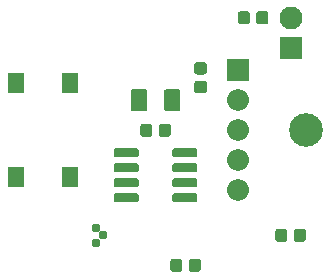
<source format=gts>
G04 #@! TF.GenerationSoftware,KiCad,Pcbnew,(5.1.5)-3*
G04 #@! TF.CreationDate,2019-12-28T19:55:40-06:00*
G04 #@! TF.ProjectId,tymkrs_Cyphercon_2020_IRbutton,74796d6b-7273-45f4-9379-70686572636f,V0*
G04 #@! TF.SameCoordinates,Original*
G04 #@! TF.FileFunction,Soldermask,Top*
G04 #@! TF.FilePolarity,Negative*
%FSLAX46Y46*%
G04 Gerber Fmt 4.6, Leading zero omitted, Abs format (unit mm)*
G04 Created by KiCad (PCBNEW (5.1.5)-3) date 2019-12-28 19:55:40*
%MOMM*%
%LPD*%
G04 APERTURE LIST*
%ADD10C,2.852400*%
%ADD11C,0.100000*%
%ADD12R,1.452400X1.702400*%
%ADD13O,1.852400X1.852400*%
%ADD14R,1.852400X1.852400*%
%ADD15C,0.787400*%
%ADD16C,1.952400*%
%ADD17R,1.952400X1.952400*%
G04 APERTURE END LIST*
D10*
X168910000Y-90805000D03*
D11*
G36*
X159566537Y-92334706D02*
G01*
X159584796Y-92337414D01*
X159602703Y-92341900D01*
X159620083Y-92348118D01*
X159636770Y-92356011D01*
X159652603Y-92365501D01*
X159667429Y-92376497D01*
X159681107Y-92388893D01*
X159693503Y-92402571D01*
X159704499Y-92417397D01*
X159713989Y-92433230D01*
X159721882Y-92449917D01*
X159728100Y-92467297D01*
X159732586Y-92485204D01*
X159735294Y-92503463D01*
X159736200Y-92521900D01*
X159736200Y-92898100D01*
X159735294Y-92916537D01*
X159732586Y-92934796D01*
X159728100Y-92952703D01*
X159721882Y-92970083D01*
X159713989Y-92986770D01*
X159704499Y-93002603D01*
X159693503Y-93017429D01*
X159681107Y-93031107D01*
X159667429Y-93043503D01*
X159652603Y-93054499D01*
X159636770Y-93063989D01*
X159620083Y-93071882D01*
X159602703Y-93078100D01*
X159584796Y-93082586D01*
X159566537Y-93085294D01*
X159548100Y-93086200D01*
X157821900Y-93086200D01*
X157803463Y-93085294D01*
X157785204Y-93082586D01*
X157767297Y-93078100D01*
X157749917Y-93071882D01*
X157733230Y-93063989D01*
X157717397Y-93054499D01*
X157702571Y-93043503D01*
X157688893Y-93031107D01*
X157676497Y-93017429D01*
X157665501Y-93002603D01*
X157656011Y-92986770D01*
X157648118Y-92970083D01*
X157641900Y-92952703D01*
X157637414Y-92934796D01*
X157634706Y-92916537D01*
X157633800Y-92898100D01*
X157633800Y-92521900D01*
X157634706Y-92503463D01*
X157637414Y-92485204D01*
X157641900Y-92467297D01*
X157648118Y-92449917D01*
X157656011Y-92433230D01*
X157665501Y-92417397D01*
X157676497Y-92402571D01*
X157688893Y-92388893D01*
X157702571Y-92376497D01*
X157717397Y-92365501D01*
X157733230Y-92356011D01*
X157749917Y-92348118D01*
X157767297Y-92341900D01*
X157785204Y-92337414D01*
X157803463Y-92334706D01*
X157821900Y-92333800D01*
X159548100Y-92333800D01*
X159566537Y-92334706D01*
G37*
G36*
X159566537Y-93604706D02*
G01*
X159584796Y-93607414D01*
X159602703Y-93611900D01*
X159620083Y-93618118D01*
X159636770Y-93626011D01*
X159652603Y-93635501D01*
X159667429Y-93646497D01*
X159681107Y-93658893D01*
X159693503Y-93672571D01*
X159704499Y-93687397D01*
X159713989Y-93703230D01*
X159721882Y-93719917D01*
X159728100Y-93737297D01*
X159732586Y-93755204D01*
X159735294Y-93773463D01*
X159736200Y-93791900D01*
X159736200Y-94168100D01*
X159735294Y-94186537D01*
X159732586Y-94204796D01*
X159728100Y-94222703D01*
X159721882Y-94240083D01*
X159713989Y-94256770D01*
X159704499Y-94272603D01*
X159693503Y-94287429D01*
X159681107Y-94301107D01*
X159667429Y-94313503D01*
X159652603Y-94324499D01*
X159636770Y-94333989D01*
X159620083Y-94341882D01*
X159602703Y-94348100D01*
X159584796Y-94352586D01*
X159566537Y-94355294D01*
X159548100Y-94356200D01*
X157821900Y-94356200D01*
X157803463Y-94355294D01*
X157785204Y-94352586D01*
X157767297Y-94348100D01*
X157749917Y-94341882D01*
X157733230Y-94333989D01*
X157717397Y-94324499D01*
X157702571Y-94313503D01*
X157688893Y-94301107D01*
X157676497Y-94287429D01*
X157665501Y-94272603D01*
X157656011Y-94256770D01*
X157648118Y-94240083D01*
X157641900Y-94222703D01*
X157637414Y-94204796D01*
X157634706Y-94186537D01*
X157633800Y-94168100D01*
X157633800Y-93791900D01*
X157634706Y-93773463D01*
X157637414Y-93755204D01*
X157641900Y-93737297D01*
X157648118Y-93719917D01*
X157656011Y-93703230D01*
X157665501Y-93687397D01*
X157676497Y-93672571D01*
X157688893Y-93658893D01*
X157702571Y-93646497D01*
X157717397Y-93635501D01*
X157733230Y-93626011D01*
X157749917Y-93618118D01*
X157767297Y-93611900D01*
X157785204Y-93607414D01*
X157803463Y-93604706D01*
X157821900Y-93603800D01*
X159548100Y-93603800D01*
X159566537Y-93604706D01*
G37*
G36*
X159566537Y-94874706D02*
G01*
X159584796Y-94877414D01*
X159602703Y-94881900D01*
X159620083Y-94888118D01*
X159636770Y-94896011D01*
X159652603Y-94905501D01*
X159667429Y-94916497D01*
X159681107Y-94928893D01*
X159693503Y-94942571D01*
X159704499Y-94957397D01*
X159713989Y-94973230D01*
X159721882Y-94989917D01*
X159728100Y-95007297D01*
X159732586Y-95025204D01*
X159735294Y-95043463D01*
X159736200Y-95061900D01*
X159736200Y-95438100D01*
X159735294Y-95456537D01*
X159732586Y-95474796D01*
X159728100Y-95492703D01*
X159721882Y-95510083D01*
X159713989Y-95526770D01*
X159704499Y-95542603D01*
X159693503Y-95557429D01*
X159681107Y-95571107D01*
X159667429Y-95583503D01*
X159652603Y-95594499D01*
X159636770Y-95603989D01*
X159620083Y-95611882D01*
X159602703Y-95618100D01*
X159584796Y-95622586D01*
X159566537Y-95625294D01*
X159548100Y-95626200D01*
X157821900Y-95626200D01*
X157803463Y-95625294D01*
X157785204Y-95622586D01*
X157767297Y-95618100D01*
X157749917Y-95611882D01*
X157733230Y-95603989D01*
X157717397Y-95594499D01*
X157702571Y-95583503D01*
X157688893Y-95571107D01*
X157676497Y-95557429D01*
X157665501Y-95542603D01*
X157656011Y-95526770D01*
X157648118Y-95510083D01*
X157641900Y-95492703D01*
X157637414Y-95474796D01*
X157634706Y-95456537D01*
X157633800Y-95438100D01*
X157633800Y-95061900D01*
X157634706Y-95043463D01*
X157637414Y-95025204D01*
X157641900Y-95007297D01*
X157648118Y-94989917D01*
X157656011Y-94973230D01*
X157665501Y-94957397D01*
X157676497Y-94942571D01*
X157688893Y-94928893D01*
X157702571Y-94916497D01*
X157717397Y-94905501D01*
X157733230Y-94896011D01*
X157749917Y-94888118D01*
X157767297Y-94881900D01*
X157785204Y-94877414D01*
X157803463Y-94874706D01*
X157821900Y-94873800D01*
X159548100Y-94873800D01*
X159566537Y-94874706D01*
G37*
G36*
X159566537Y-96144706D02*
G01*
X159584796Y-96147414D01*
X159602703Y-96151900D01*
X159620083Y-96158118D01*
X159636770Y-96166011D01*
X159652603Y-96175501D01*
X159667429Y-96186497D01*
X159681107Y-96198893D01*
X159693503Y-96212571D01*
X159704499Y-96227397D01*
X159713989Y-96243230D01*
X159721882Y-96259917D01*
X159728100Y-96277297D01*
X159732586Y-96295204D01*
X159735294Y-96313463D01*
X159736200Y-96331900D01*
X159736200Y-96708100D01*
X159735294Y-96726537D01*
X159732586Y-96744796D01*
X159728100Y-96762703D01*
X159721882Y-96780083D01*
X159713989Y-96796770D01*
X159704499Y-96812603D01*
X159693503Y-96827429D01*
X159681107Y-96841107D01*
X159667429Y-96853503D01*
X159652603Y-96864499D01*
X159636770Y-96873989D01*
X159620083Y-96881882D01*
X159602703Y-96888100D01*
X159584796Y-96892586D01*
X159566537Y-96895294D01*
X159548100Y-96896200D01*
X157821900Y-96896200D01*
X157803463Y-96895294D01*
X157785204Y-96892586D01*
X157767297Y-96888100D01*
X157749917Y-96881882D01*
X157733230Y-96873989D01*
X157717397Y-96864499D01*
X157702571Y-96853503D01*
X157688893Y-96841107D01*
X157676497Y-96827429D01*
X157665501Y-96812603D01*
X157656011Y-96796770D01*
X157648118Y-96780083D01*
X157641900Y-96762703D01*
X157637414Y-96744796D01*
X157634706Y-96726537D01*
X157633800Y-96708100D01*
X157633800Y-96331900D01*
X157634706Y-96313463D01*
X157637414Y-96295204D01*
X157641900Y-96277297D01*
X157648118Y-96259917D01*
X157656011Y-96243230D01*
X157665501Y-96227397D01*
X157676497Y-96212571D01*
X157688893Y-96198893D01*
X157702571Y-96186497D01*
X157717397Y-96175501D01*
X157733230Y-96166011D01*
X157749917Y-96158118D01*
X157767297Y-96151900D01*
X157785204Y-96147414D01*
X157803463Y-96144706D01*
X157821900Y-96143800D01*
X159548100Y-96143800D01*
X159566537Y-96144706D01*
G37*
G36*
X154616537Y-96144706D02*
G01*
X154634796Y-96147414D01*
X154652703Y-96151900D01*
X154670083Y-96158118D01*
X154686770Y-96166011D01*
X154702603Y-96175501D01*
X154717429Y-96186497D01*
X154731107Y-96198893D01*
X154743503Y-96212571D01*
X154754499Y-96227397D01*
X154763989Y-96243230D01*
X154771882Y-96259917D01*
X154778100Y-96277297D01*
X154782586Y-96295204D01*
X154785294Y-96313463D01*
X154786200Y-96331900D01*
X154786200Y-96708100D01*
X154785294Y-96726537D01*
X154782586Y-96744796D01*
X154778100Y-96762703D01*
X154771882Y-96780083D01*
X154763989Y-96796770D01*
X154754499Y-96812603D01*
X154743503Y-96827429D01*
X154731107Y-96841107D01*
X154717429Y-96853503D01*
X154702603Y-96864499D01*
X154686770Y-96873989D01*
X154670083Y-96881882D01*
X154652703Y-96888100D01*
X154634796Y-96892586D01*
X154616537Y-96895294D01*
X154598100Y-96896200D01*
X152871900Y-96896200D01*
X152853463Y-96895294D01*
X152835204Y-96892586D01*
X152817297Y-96888100D01*
X152799917Y-96881882D01*
X152783230Y-96873989D01*
X152767397Y-96864499D01*
X152752571Y-96853503D01*
X152738893Y-96841107D01*
X152726497Y-96827429D01*
X152715501Y-96812603D01*
X152706011Y-96796770D01*
X152698118Y-96780083D01*
X152691900Y-96762703D01*
X152687414Y-96744796D01*
X152684706Y-96726537D01*
X152683800Y-96708100D01*
X152683800Y-96331900D01*
X152684706Y-96313463D01*
X152687414Y-96295204D01*
X152691900Y-96277297D01*
X152698118Y-96259917D01*
X152706011Y-96243230D01*
X152715501Y-96227397D01*
X152726497Y-96212571D01*
X152738893Y-96198893D01*
X152752571Y-96186497D01*
X152767397Y-96175501D01*
X152783230Y-96166011D01*
X152799917Y-96158118D01*
X152817297Y-96151900D01*
X152835204Y-96147414D01*
X152853463Y-96144706D01*
X152871900Y-96143800D01*
X154598100Y-96143800D01*
X154616537Y-96144706D01*
G37*
G36*
X154616537Y-94874706D02*
G01*
X154634796Y-94877414D01*
X154652703Y-94881900D01*
X154670083Y-94888118D01*
X154686770Y-94896011D01*
X154702603Y-94905501D01*
X154717429Y-94916497D01*
X154731107Y-94928893D01*
X154743503Y-94942571D01*
X154754499Y-94957397D01*
X154763989Y-94973230D01*
X154771882Y-94989917D01*
X154778100Y-95007297D01*
X154782586Y-95025204D01*
X154785294Y-95043463D01*
X154786200Y-95061900D01*
X154786200Y-95438100D01*
X154785294Y-95456537D01*
X154782586Y-95474796D01*
X154778100Y-95492703D01*
X154771882Y-95510083D01*
X154763989Y-95526770D01*
X154754499Y-95542603D01*
X154743503Y-95557429D01*
X154731107Y-95571107D01*
X154717429Y-95583503D01*
X154702603Y-95594499D01*
X154686770Y-95603989D01*
X154670083Y-95611882D01*
X154652703Y-95618100D01*
X154634796Y-95622586D01*
X154616537Y-95625294D01*
X154598100Y-95626200D01*
X152871900Y-95626200D01*
X152853463Y-95625294D01*
X152835204Y-95622586D01*
X152817297Y-95618100D01*
X152799917Y-95611882D01*
X152783230Y-95603989D01*
X152767397Y-95594499D01*
X152752571Y-95583503D01*
X152738893Y-95571107D01*
X152726497Y-95557429D01*
X152715501Y-95542603D01*
X152706011Y-95526770D01*
X152698118Y-95510083D01*
X152691900Y-95492703D01*
X152687414Y-95474796D01*
X152684706Y-95456537D01*
X152683800Y-95438100D01*
X152683800Y-95061900D01*
X152684706Y-95043463D01*
X152687414Y-95025204D01*
X152691900Y-95007297D01*
X152698118Y-94989917D01*
X152706011Y-94973230D01*
X152715501Y-94957397D01*
X152726497Y-94942571D01*
X152738893Y-94928893D01*
X152752571Y-94916497D01*
X152767397Y-94905501D01*
X152783230Y-94896011D01*
X152799917Y-94888118D01*
X152817297Y-94881900D01*
X152835204Y-94877414D01*
X152853463Y-94874706D01*
X152871900Y-94873800D01*
X154598100Y-94873800D01*
X154616537Y-94874706D01*
G37*
G36*
X154616537Y-93604706D02*
G01*
X154634796Y-93607414D01*
X154652703Y-93611900D01*
X154670083Y-93618118D01*
X154686770Y-93626011D01*
X154702603Y-93635501D01*
X154717429Y-93646497D01*
X154731107Y-93658893D01*
X154743503Y-93672571D01*
X154754499Y-93687397D01*
X154763989Y-93703230D01*
X154771882Y-93719917D01*
X154778100Y-93737297D01*
X154782586Y-93755204D01*
X154785294Y-93773463D01*
X154786200Y-93791900D01*
X154786200Y-94168100D01*
X154785294Y-94186537D01*
X154782586Y-94204796D01*
X154778100Y-94222703D01*
X154771882Y-94240083D01*
X154763989Y-94256770D01*
X154754499Y-94272603D01*
X154743503Y-94287429D01*
X154731107Y-94301107D01*
X154717429Y-94313503D01*
X154702603Y-94324499D01*
X154686770Y-94333989D01*
X154670083Y-94341882D01*
X154652703Y-94348100D01*
X154634796Y-94352586D01*
X154616537Y-94355294D01*
X154598100Y-94356200D01*
X152871900Y-94356200D01*
X152853463Y-94355294D01*
X152835204Y-94352586D01*
X152817297Y-94348100D01*
X152799917Y-94341882D01*
X152783230Y-94333989D01*
X152767397Y-94324499D01*
X152752571Y-94313503D01*
X152738893Y-94301107D01*
X152726497Y-94287429D01*
X152715501Y-94272603D01*
X152706011Y-94256770D01*
X152698118Y-94240083D01*
X152691900Y-94222703D01*
X152687414Y-94204796D01*
X152684706Y-94186537D01*
X152683800Y-94168100D01*
X152683800Y-93791900D01*
X152684706Y-93773463D01*
X152687414Y-93755204D01*
X152691900Y-93737297D01*
X152698118Y-93719917D01*
X152706011Y-93703230D01*
X152715501Y-93687397D01*
X152726497Y-93672571D01*
X152738893Y-93658893D01*
X152752571Y-93646497D01*
X152767397Y-93635501D01*
X152783230Y-93626011D01*
X152799917Y-93618118D01*
X152817297Y-93611900D01*
X152835204Y-93607414D01*
X152853463Y-93604706D01*
X152871900Y-93603800D01*
X154598100Y-93603800D01*
X154616537Y-93604706D01*
G37*
G36*
X154616537Y-92334706D02*
G01*
X154634796Y-92337414D01*
X154652703Y-92341900D01*
X154670083Y-92348118D01*
X154686770Y-92356011D01*
X154702603Y-92365501D01*
X154717429Y-92376497D01*
X154731107Y-92388893D01*
X154743503Y-92402571D01*
X154754499Y-92417397D01*
X154763989Y-92433230D01*
X154771882Y-92449917D01*
X154778100Y-92467297D01*
X154782586Y-92485204D01*
X154785294Y-92503463D01*
X154786200Y-92521900D01*
X154786200Y-92898100D01*
X154785294Y-92916537D01*
X154782586Y-92934796D01*
X154778100Y-92952703D01*
X154771882Y-92970083D01*
X154763989Y-92986770D01*
X154754499Y-93002603D01*
X154743503Y-93017429D01*
X154731107Y-93031107D01*
X154717429Y-93043503D01*
X154702603Y-93054499D01*
X154686770Y-93063989D01*
X154670083Y-93071882D01*
X154652703Y-93078100D01*
X154634796Y-93082586D01*
X154616537Y-93085294D01*
X154598100Y-93086200D01*
X152871900Y-93086200D01*
X152853463Y-93085294D01*
X152835204Y-93082586D01*
X152817297Y-93078100D01*
X152799917Y-93071882D01*
X152783230Y-93063989D01*
X152767397Y-93054499D01*
X152752571Y-93043503D01*
X152738893Y-93031107D01*
X152726497Y-93017429D01*
X152715501Y-93002603D01*
X152706011Y-92986770D01*
X152698118Y-92970083D01*
X152691900Y-92952703D01*
X152687414Y-92934796D01*
X152684706Y-92916537D01*
X152683800Y-92898100D01*
X152683800Y-92521900D01*
X152684706Y-92503463D01*
X152687414Y-92485204D01*
X152691900Y-92467297D01*
X152698118Y-92449917D01*
X152706011Y-92433230D01*
X152715501Y-92417397D01*
X152726497Y-92402571D01*
X152738893Y-92388893D01*
X152752571Y-92376497D01*
X152767397Y-92365501D01*
X152783230Y-92356011D01*
X152799917Y-92348118D01*
X152817297Y-92341900D01*
X152835204Y-92337414D01*
X152853463Y-92334706D01*
X152871900Y-92333800D01*
X154598100Y-92333800D01*
X154616537Y-92334706D01*
G37*
D12*
X148935000Y-86830000D03*
X148935000Y-94780000D03*
X144435000Y-94780000D03*
X144435000Y-86830000D03*
D11*
G36*
X165534526Y-80730037D02*
G01*
X165559459Y-80733735D01*
X165583910Y-80739860D01*
X165607642Y-80748352D01*
X165630428Y-80759129D01*
X165652048Y-80772087D01*
X165672294Y-80787102D01*
X165690970Y-80804030D01*
X165707898Y-80822706D01*
X165722913Y-80842952D01*
X165735871Y-80864572D01*
X165746648Y-80887358D01*
X165755140Y-80911090D01*
X165761265Y-80935541D01*
X165764963Y-80960474D01*
X165766200Y-80985650D01*
X165766200Y-81574350D01*
X165764963Y-81599526D01*
X165761265Y-81624459D01*
X165755140Y-81648910D01*
X165746648Y-81672642D01*
X165735871Y-81695428D01*
X165722913Y-81717048D01*
X165707898Y-81737294D01*
X165690970Y-81755970D01*
X165672294Y-81772898D01*
X165652048Y-81787913D01*
X165630428Y-81800871D01*
X165607642Y-81811648D01*
X165583910Y-81820140D01*
X165559459Y-81826265D01*
X165534526Y-81829963D01*
X165509350Y-81831200D01*
X164995650Y-81831200D01*
X164970474Y-81829963D01*
X164945541Y-81826265D01*
X164921090Y-81820140D01*
X164897358Y-81811648D01*
X164874572Y-81800871D01*
X164852952Y-81787913D01*
X164832706Y-81772898D01*
X164814030Y-81755970D01*
X164797102Y-81737294D01*
X164782087Y-81717048D01*
X164769129Y-81695428D01*
X164758352Y-81672642D01*
X164749860Y-81648910D01*
X164743735Y-81624459D01*
X164740037Y-81599526D01*
X164738800Y-81574350D01*
X164738800Y-80985650D01*
X164740037Y-80960474D01*
X164743735Y-80935541D01*
X164749860Y-80911090D01*
X164758352Y-80887358D01*
X164769129Y-80864572D01*
X164782087Y-80842952D01*
X164797102Y-80822706D01*
X164814030Y-80804030D01*
X164832706Y-80787102D01*
X164852952Y-80772087D01*
X164874572Y-80759129D01*
X164897358Y-80748352D01*
X164921090Y-80739860D01*
X164945541Y-80733735D01*
X164970474Y-80730037D01*
X164995650Y-80728800D01*
X165509350Y-80728800D01*
X165534526Y-80730037D01*
G37*
G36*
X163959526Y-80730037D02*
G01*
X163984459Y-80733735D01*
X164008910Y-80739860D01*
X164032642Y-80748352D01*
X164055428Y-80759129D01*
X164077048Y-80772087D01*
X164097294Y-80787102D01*
X164115970Y-80804030D01*
X164132898Y-80822706D01*
X164147913Y-80842952D01*
X164160871Y-80864572D01*
X164171648Y-80887358D01*
X164180140Y-80911090D01*
X164186265Y-80935541D01*
X164189963Y-80960474D01*
X164191200Y-80985650D01*
X164191200Y-81574350D01*
X164189963Y-81599526D01*
X164186265Y-81624459D01*
X164180140Y-81648910D01*
X164171648Y-81672642D01*
X164160871Y-81695428D01*
X164147913Y-81717048D01*
X164132898Y-81737294D01*
X164115970Y-81755970D01*
X164097294Y-81772898D01*
X164077048Y-81787913D01*
X164055428Y-81800871D01*
X164032642Y-81811648D01*
X164008910Y-81820140D01*
X163984459Y-81826265D01*
X163959526Y-81829963D01*
X163934350Y-81831200D01*
X163420650Y-81831200D01*
X163395474Y-81829963D01*
X163370541Y-81826265D01*
X163346090Y-81820140D01*
X163322358Y-81811648D01*
X163299572Y-81800871D01*
X163277952Y-81787913D01*
X163257706Y-81772898D01*
X163239030Y-81755970D01*
X163222102Y-81737294D01*
X163207087Y-81717048D01*
X163194129Y-81695428D01*
X163183352Y-81672642D01*
X163174860Y-81648910D01*
X163168735Y-81624459D01*
X163165037Y-81599526D01*
X163163800Y-81574350D01*
X163163800Y-80985650D01*
X163165037Y-80960474D01*
X163168735Y-80935541D01*
X163174860Y-80911090D01*
X163183352Y-80887358D01*
X163194129Y-80864572D01*
X163207087Y-80842952D01*
X163222102Y-80822706D01*
X163239030Y-80804030D01*
X163257706Y-80787102D01*
X163277952Y-80772087D01*
X163299572Y-80759129D01*
X163322358Y-80748352D01*
X163346090Y-80739860D01*
X163370541Y-80733735D01*
X163395474Y-80730037D01*
X163420650Y-80728800D01*
X163934350Y-80728800D01*
X163959526Y-80730037D01*
G37*
G36*
X159819526Y-101685037D02*
G01*
X159844459Y-101688735D01*
X159868910Y-101694860D01*
X159892642Y-101703352D01*
X159915428Y-101714129D01*
X159937048Y-101727087D01*
X159957294Y-101742102D01*
X159975970Y-101759030D01*
X159992898Y-101777706D01*
X160007913Y-101797952D01*
X160020871Y-101819572D01*
X160031648Y-101842358D01*
X160040140Y-101866090D01*
X160046265Y-101890541D01*
X160049963Y-101915474D01*
X160051200Y-101940650D01*
X160051200Y-102529350D01*
X160049963Y-102554526D01*
X160046265Y-102579459D01*
X160040140Y-102603910D01*
X160031648Y-102627642D01*
X160020871Y-102650428D01*
X160007913Y-102672048D01*
X159992898Y-102692294D01*
X159975970Y-102710970D01*
X159957294Y-102727898D01*
X159937048Y-102742913D01*
X159915428Y-102755871D01*
X159892642Y-102766648D01*
X159868910Y-102775140D01*
X159844459Y-102781265D01*
X159819526Y-102784963D01*
X159794350Y-102786200D01*
X159280650Y-102786200D01*
X159255474Y-102784963D01*
X159230541Y-102781265D01*
X159206090Y-102775140D01*
X159182358Y-102766648D01*
X159159572Y-102755871D01*
X159137952Y-102742913D01*
X159117706Y-102727898D01*
X159099030Y-102710970D01*
X159082102Y-102692294D01*
X159067087Y-102672048D01*
X159054129Y-102650428D01*
X159043352Y-102627642D01*
X159034860Y-102603910D01*
X159028735Y-102579459D01*
X159025037Y-102554526D01*
X159023800Y-102529350D01*
X159023800Y-101940650D01*
X159025037Y-101915474D01*
X159028735Y-101890541D01*
X159034860Y-101866090D01*
X159043352Y-101842358D01*
X159054129Y-101819572D01*
X159067087Y-101797952D01*
X159082102Y-101777706D01*
X159099030Y-101759030D01*
X159117706Y-101742102D01*
X159137952Y-101727087D01*
X159159572Y-101714129D01*
X159182358Y-101703352D01*
X159206090Y-101694860D01*
X159230541Y-101688735D01*
X159255474Y-101685037D01*
X159280650Y-101683800D01*
X159794350Y-101683800D01*
X159819526Y-101685037D01*
G37*
G36*
X158244526Y-101685037D02*
G01*
X158269459Y-101688735D01*
X158293910Y-101694860D01*
X158317642Y-101703352D01*
X158340428Y-101714129D01*
X158362048Y-101727087D01*
X158382294Y-101742102D01*
X158400970Y-101759030D01*
X158417898Y-101777706D01*
X158432913Y-101797952D01*
X158445871Y-101819572D01*
X158456648Y-101842358D01*
X158465140Y-101866090D01*
X158471265Y-101890541D01*
X158474963Y-101915474D01*
X158476200Y-101940650D01*
X158476200Y-102529350D01*
X158474963Y-102554526D01*
X158471265Y-102579459D01*
X158465140Y-102603910D01*
X158456648Y-102627642D01*
X158445871Y-102650428D01*
X158432913Y-102672048D01*
X158417898Y-102692294D01*
X158400970Y-102710970D01*
X158382294Y-102727898D01*
X158362048Y-102742913D01*
X158340428Y-102755871D01*
X158317642Y-102766648D01*
X158293910Y-102775140D01*
X158269459Y-102781265D01*
X158244526Y-102784963D01*
X158219350Y-102786200D01*
X157705650Y-102786200D01*
X157680474Y-102784963D01*
X157655541Y-102781265D01*
X157631090Y-102775140D01*
X157607358Y-102766648D01*
X157584572Y-102755871D01*
X157562952Y-102742913D01*
X157542706Y-102727898D01*
X157524030Y-102710970D01*
X157507102Y-102692294D01*
X157492087Y-102672048D01*
X157479129Y-102650428D01*
X157468352Y-102627642D01*
X157459860Y-102603910D01*
X157453735Y-102579459D01*
X157450037Y-102554526D01*
X157448800Y-102529350D01*
X157448800Y-101940650D01*
X157450037Y-101915474D01*
X157453735Y-101890541D01*
X157459860Y-101866090D01*
X157468352Y-101842358D01*
X157479129Y-101819572D01*
X157492087Y-101797952D01*
X157507102Y-101777706D01*
X157524030Y-101759030D01*
X157542706Y-101742102D01*
X157562952Y-101727087D01*
X157584572Y-101714129D01*
X157607358Y-101703352D01*
X157631090Y-101694860D01*
X157655541Y-101688735D01*
X157680474Y-101685037D01*
X157705650Y-101683800D01*
X158219350Y-101683800D01*
X158244526Y-101685037D01*
G37*
G36*
X160339526Y-86635037D02*
G01*
X160364459Y-86638735D01*
X160388910Y-86644860D01*
X160412642Y-86653352D01*
X160435428Y-86664129D01*
X160457048Y-86677087D01*
X160477294Y-86692102D01*
X160495970Y-86709030D01*
X160512898Y-86727706D01*
X160527913Y-86747952D01*
X160540871Y-86769572D01*
X160551648Y-86792358D01*
X160560140Y-86816090D01*
X160566265Y-86840541D01*
X160569963Y-86865474D01*
X160571200Y-86890650D01*
X160571200Y-87404350D01*
X160569963Y-87429526D01*
X160566265Y-87454459D01*
X160560140Y-87478910D01*
X160551648Y-87502642D01*
X160540871Y-87525428D01*
X160527913Y-87547048D01*
X160512898Y-87567294D01*
X160495970Y-87585970D01*
X160477294Y-87602898D01*
X160457048Y-87617913D01*
X160435428Y-87630871D01*
X160412642Y-87641648D01*
X160388910Y-87650140D01*
X160364459Y-87656265D01*
X160339526Y-87659963D01*
X160314350Y-87661200D01*
X159725650Y-87661200D01*
X159700474Y-87659963D01*
X159675541Y-87656265D01*
X159651090Y-87650140D01*
X159627358Y-87641648D01*
X159604572Y-87630871D01*
X159582952Y-87617913D01*
X159562706Y-87602898D01*
X159544030Y-87585970D01*
X159527102Y-87567294D01*
X159512087Y-87547048D01*
X159499129Y-87525428D01*
X159488352Y-87502642D01*
X159479860Y-87478910D01*
X159473735Y-87454459D01*
X159470037Y-87429526D01*
X159468800Y-87404350D01*
X159468800Y-86890650D01*
X159470037Y-86865474D01*
X159473735Y-86840541D01*
X159479860Y-86816090D01*
X159488352Y-86792358D01*
X159499129Y-86769572D01*
X159512087Y-86747952D01*
X159527102Y-86727706D01*
X159544030Y-86709030D01*
X159562706Y-86692102D01*
X159582952Y-86677087D01*
X159604572Y-86664129D01*
X159627358Y-86653352D01*
X159651090Y-86644860D01*
X159675541Y-86638735D01*
X159700474Y-86635037D01*
X159725650Y-86633800D01*
X160314350Y-86633800D01*
X160339526Y-86635037D01*
G37*
G36*
X160339526Y-85060037D02*
G01*
X160364459Y-85063735D01*
X160388910Y-85069860D01*
X160412642Y-85078352D01*
X160435428Y-85089129D01*
X160457048Y-85102087D01*
X160477294Y-85117102D01*
X160495970Y-85134030D01*
X160512898Y-85152706D01*
X160527913Y-85172952D01*
X160540871Y-85194572D01*
X160551648Y-85217358D01*
X160560140Y-85241090D01*
X160566265Y-85265541D01*
X160569963Y-85290474D01*
X160571200Y-85315650D01*
X160571200Y-85829350D01*
X160569963Y-85854526D01*
X160566265Y-85879459D01*
X160560140Y-85903910D01*
X160551648Y-85927642D01*
X160540871Y-85950428D01*
X160527913Y-85972048D01*
X160512898Y-85992294D01*
X160495970Y-86010970D01*
X160477294Y-86027898D01*
X160457048Y-86042913D01*
X160435428Y-86055871D01*
X160412642Y-86066648D01*
X160388910Y-86075140D01*
X160364459Y-86081265D01*
X160339526Y-86084963D01*
X160314350Y-86086200D01*
X159725650Y-86086200D01*
X159700474Y-86084963D01*
X159675541Y-86081265D01*
X159651090Y-86075140D01*
X159627358Y-86066648D01*
X159604572Y-86055871D01*
X159582952Y-86042913D01*
X159562706Y-86027898D01*
X159544030Y-86010970D01*
X159527102Y-85992294D01*
X159512087Y-85972048D01*
X159499129Y-85950428D01*
X159488352Y-85927642D01*
X159479860Y-85903910D01*
X159473735Y-85879459D01*
X159470037Y-85854526D01*
X159468800Y-85829350D01*
X159468800Y-85315650D01*
X159470037Y-85290474D01*
X159473735Y-85265541D01*
X159479860Y-85241090D01*
X159488352Y-85217358D01*
X159499129Y-85194572D01*
X159512087Y-85172952D01*
X159527102Y-85152706D01*
X159544030Y-85134030D01*
X159562706Y-85117102D01*
X159582952Y-85102087D01*
X159604572Y-85089129D01*
X159627358Y-85078352D01*
X159651090Y-85069860D01*
X159675541Y-85063735D01*
X159700474Y-85060037D01*
X159725650Y-85058800D01*
X160314350Y-85058800D01*
X160339526Y-85060037D01*
G37*
D13*
X163195000Y-95885000D03*
X163195000Y-93345000D03*
X163195000Y-90805000D03*
X163195000Y-88265000D03*
D14*
X163195000Y-85725000D03*
D15*
X151765000Y-99695000D03*
X151130000Y-100330000D03*
X151130000Y-99060000D03*
D16*
X167640000Y-81280000D03*
D17*
X167640000Y-83820000D03*
D11*
G36*
X168709526Y-99145037D02*
G01*
X168734459Y-99148735D01*
X168758910Y-99154860D01*
X168782642Y-99163352D01*
X168805428Y-99174129D01*
X168827048Y-99187087D01*
X168847294Y-99202102D01*
X168865970Y-99219030D01*
X168882898Y-99237706D01*
X168897913Y-99257952D01*
X168910871Y-99279572D01*
X168921648Y-99302358D01*
X168930140Y-99326090D01*
X168936265Y-99350541D01*
X168939963Y-99375474D01*
X168941200Y-99400650D01*
X168941200Y-99989350D01*
X168939963Y-100014526D01*
X168936265Y-100039459D01*
X168930140Y-100063910D01*
X168921648Y-100087642D01*
X168910871Y-100110428D01*
X168897913Y-100132048D01*
X168882898Y-100152294D01*
X168865970Y-100170970D01*
X168847294Y-100187898D01*
X168827048Y-100202913D01*
X168805428Y-100215871D01*
X168782642Y-100226648D01*
X168758910Y-100235140D01*
X168734459Y-100241265D01*
X168709526Y-100244963D01*
X168684350Y-100246200D01*
X168170650Y-100246200D01*
X168145474Y-100244963D01*
X168120541Y-100241265D01*
X168096090Y-100235140D01*
X168072358Y-100226648D01*
X168049572Y-100215871D01*
X168027952Y-100202913D01*
X168007706Y-100187898D01*
X167989030Y-100170970D01*
X167972102Y-100152294D01*
X167957087Y-100132048D01*
X167944129Y-100110428D01*
X167933352Y-100087642D01*
X167924860Y-100063910D01*
X167918735Y-100039459D01*
X167915037Y-100014526D01*
X167913800Y-99989350D01*
X167913800Y-99400650D01*
X167915037Y-99375474D01*
X167918735Y-99350541D01*
X167924860Y-99326090D01*
X167933352Y-99302358D01*
X167944129Y-99279572D01*
X167957087Y-99257952D01*
X167972102Y-99237706D01*
X167989030Y-99219030D01*
X168007706Y-99202102D01*
X168027952Y-99187087D01*
X168049572Y-99174129D01*
X168072358Y-99163352D01*
X168096090Y-99154860D01*
X168120541Y-99148735D01*
X168145474Y-99145037D01*
X168170650Y-99143800D01*
X168684350Y-99143800D01*
X168709526Y-99145037D01*
G37*
G36*
X167134526Y-99145037D02*
G01*
X167159459Y-99148735D01*
X167183910Y-99154860D01*
X167207642Y-99163352D01*
X167230428Y-99174129D01*
X167252048Y-99187087D01*
X167272294Y-99202102D01*
X167290970Y-99219030D01*
X167307898Y-99237706D01*
X167322913Y-99257952D01*
X167335871Y-99279572D01*
X167346648Y-99302358D01*
X167355140Y-99326090D01*
X167361265Y-99350541D01*
X167364963Y-99375474D01*
X167366200Y-99400650D01*
X167366200Y-99989350D01*
X167364963Y-100014526D01*
X167361265Y-100039459D01*
X167355140Y-100063910D01*
X167346648Y-100087642D01*
X167335871Y-100110428D01*
X167322913Y-100132048D01*
X167307898Y-100152294D01*
X167290970Y-100170970D01*
X167272294Y-100187898D01*
X167252048Y-100202913D01*
X167230428Y-100215871D01*
X167207642Y-100226648D01*
X167183910Y-100235140D01*
X167159459Y-100241265D01*
X167134526Y-100244963D01*
X167109350Y-100246200D01*
X166595650Y-100246200D01*
X166570474Y-100244963D01*
X166545541Y-100241265D01*
X166521090Y-100235140D01*
X166497358Y-100226648D01*
X166474572Y-100215871D01*
X166452952Y-100202913D01*
X166432706Y-100187898D01*
X166414030Y-100170970D01*
X166397102Y-100152294D01*
X166382087Y-100132048D01*
X166369129Y-100110428D01*
X166358352Y-100087642D01*
X166349860Y-100063910D01*
X166343735Y-100039459D01*
X166340037Y-100014526D01*
X166338800Y-99989350D01*
X166338800Y-99400650D01*
X166340037Y-99375474D01*
X166343735Y-99350541D01*
X166349860Y-99326090D01*
X166358352Y-99302358D01*
X166369129Y-99279572D01*
X166382087Y-99257952D01*
X166397102Y-99237706D01*
X166414030Y-99219030D01*
X166432706Y-99202102D01*
X166452952Y-99187087D01*
X166474572Y-99174129D01*
X166497358Y-99163352D01*
X166521090Y-99154860D01*
X166545541Y-99148735D01*
X166570474Y-99145037D01*
X166595650Y-99143800D01*
X167109350Y-99143800D01*
X167134526Y-99145037D01*
G37*
G36*
X157279526Y-90255037D02*
G01*
X157304459Y-90258735D01*
X157328910Y-90264860D01*
X157352642Y-90273352D01*
X157375428Y-90284129D01*
X157397048Y-90297087D01*
X157417294Y-90312102D01*
X157435970Y-90329030D01*
X157452898Y-90347706D01*
X157467913Y-90367952D01*
X157480871Y-90389572D01*
X157491648Y-90412358D01*
X157500140Y-90436090D01*
X157506265Y-90460541D01*
X157509963Y-90485474D01*
X157511200Y-90510650D01*
X157511200Y-91099350D01*
X157509963Y-91124526D01*
X157506265Y-91149459D01*
X157500140Y-91173910D01*
X157491648Y-91197642D01*
X157480871Y-91220428D01*
X157467913Y-91242048D01*
X157452898Y-91262294D01*
X157435970Y-91280970D01*
X157417294Y-91297898D01*
X157397048Y-91312913D01*
X157375428Y-91325871D01*
X157352642Y-91336648D01*
X157328910Y-91345140D01*
X157304459Y-91351265D01*
X157279526Y-91354963D01*
X157254350Y-91356200D01*
X156740650Y-91356200D01*
X156715474Y-91354963D01*
X156690541Y-91351265D01*
X156666090Y-91345140D01*
X156642358Y-91336648D01*
X156619572Y-91325871D01*
X156597952Y-91312913D01*
X156577706Y-91297898D01*
X156559030Y-91280970D01*
X156542102Y-91262294D01*
X156527087Y-91242048D01*
X156514129Y-91220428D01*
X156503352Y-91197642D01*
X156494860Y-91173910D01*
X156488735Y-91149459D01*
X156485037Y-91124526D01*
X156483800Y-91099350D01*
X156483800Y-90510650D01*
X156485037Y-90485474D01*
X156488735Y-90460541D01*
X156494860Y-90436090D01*
X156503352Y-90412358D01*
X156514129Y-90389572D01*
X156527087Y-90367952D01*
X156542102Y-90347706D01*
X156559030Y-90329030D01*
X156577706Y-90312102D01*
X156597952Y-90297087D01*
X156619572Y-90284129D01*
X156642358Y-90273352D01*
X156666090Y-90264860D01*
X156690541Y-90258735D01*
X156715474Y-90255037D01*
X156740650Y-90253800D01*
X157254350Y-90253800D01*
X157279526Y-90255037D01*
G37*
G36*
X155704526Y-90255037D02*
G01*
X155729459Y-90258735D01*
X155753910Y-90264860D01*
X155777642Y-90273352D01*
X155800428Y-90284129D01*
X155822048Y-90297087D01*
X155842294Y-90312102D01*
X155860970Y-90329030D01*
X155877898Y-90347706D01*
X155892913Y-90367952D01*
X155905871Y-90389572D01*
X155916648Y-90412358D01*
X155925140Y-90436090D01*
X155931265Y-90460541D01*
X155934963Y-90485474D01*
X155936200Y-90510650D01*
X155936200Y-91099350D01*
X155934963Y-91124526D01*
X155931265Y-91149459D01*
X155925140Y-91173910D01*
X155916648Y-91197642D01*
X155905871Y-91220428D01*
X155892913Y-91242048D01*
X155877898Y-91262294D01*
X155860970Y-91280970D01*
X155842294Y-91297898D01*
X155822048Y-91312913D01*
X155800428Y-91325871D01*
X155777642Y-91336648D01*
X155753910Y-91345140D01*
X155729459Y-91351265D01*
X155704526Y-91354963D01*
X155679350Y-91356200D01*
X155165650Y-91356200D01*
X155140474Y-91354963D01*
X155115541Y-91351265D01*
X155091090Y-91345140D01*
X155067358Y-91336648D01*
X155044572Y-91325871D01*
X155022952Y-91312913D01*
X155002706Y-91297898D01*
X154984030Y-91280970D01*
X154967102Y-91262294D01*
X154952087Y-91242048D01*
X154939129Y-91220428D01*
X154928352Y-91197642D01*
X154919860Y-91173910D01*
X154913735Y-91149459D01*
X154910037Y-91124526D01*
X154908800Y-91099350D01*
X154908800Y-90510650D01*
X154910037Y-90485474D01*
X154913735Y-90460541D01*
X154919860Y-90436090D01*
X154928352Y-90412358D01*
X154939129Y-90389572D01*
X154952087Y-90367952D01*
X154967102Y-90347706D01*
X154984030Y-90329030D01*
X155002706Y-90312102D01*
X155022952Y-90297087D01*
X155044572Y-90284129D01*
X155067358Y-90273352D01*
X155091090Y-90264860D01*
X155115541Y-90258735D01*
X155140474Y-90255037D01*
X155165650Y-90253800D01*
X155679350Y-90253800D01*
X155704526Y-90255037D01*
G37*
G36*
X158058212Y-87315151D02*
G01*
X158085439Y-87319189D01*
X158112139Y-87325877D01*
X158138055Y-87335150D01*
X158162937Y-87346919D01*
X158186546Y-87361069D01*
X158208655Y-87377466D01*
X158229049Y-87395951D01*
X158247534Y-87416345D01*
X158263931Y-87438454D01*
X158278081Y-87462063D01*
X158289850Y-87486945D01*
X158299123Y-87512861D01*
X158305811Y-87539561D01*
X158309849Y-87566788D01*
X158311200Y-87594280D01*
X158311200Y-88935720D01*
X158309849Y-88963212D01*
X158305811Y-88990439D01*
X158299123Y-89017139D01*
X158289850Y-89043055D01*
X158278081Y-89067937D01*
X158263931Y-89091546D01*
X158247534Y-89113655D01*
X158229049Y-89134049D01*
X158208655Y-89152534D01*
X158186546Y-89168931D01*
X158162937Y-89183081D01*
X158138055Y-89194850D01*
X158112139Y-89204123D01*
X158085439Y-89210811D01*
X158058212Y-89214849D01*
X158030720Y-89216200D01*
X157189280Y-89216200D01*
X157161788Y-89214849D01*
X157134561Y-89210811D01*
X157107861Y-89204123D01*
X157081945Y-89194850D01*
X157057063Y-89183081D01*
X157033454Y-89168931D01*
X157011345Y-89152534D01*
X156990951Y-89134049D01*
X156972466Y-89113655D01*
X156956069Y-89091546D01*
X156941919Y-89067937D01*
X156930150Y-89043055D01*
X156920877Y-89017139D01*
X156914189Y-88990439D01*
X156910151Y-88963212D01*
X156908800Y-88935720D01*
X156908800Y-87594280D01*
X156910151Y-87566788D01*
X156914189Y-87539561D01*
X156920877Y-87512861D01*
X156930150Y-87486945D01*
X156941919Y-87462063D01*
X156956069Y-87438454D01*
X156972466Y-87416345D01*
X156990951Y-87395951D01*
X157011345Y-87377466D01*
X157033454Y-87361069D01*
X157057063Y-87346919D01*
X157081945Y-87335150D01*
X157107861Y-87325877D01*
X157134561Y-87319189D01*
X157161788Y-87315151D01*
X157189280Y-87313800D01*
X158030720Y-87313800D01*
X158058212Y-87315151D01*
G37*
G36*
X155258212Y-87315151D02*
G01*
X155285439Y-87319189D01*
X155312139Y-87325877D01*
X155338055Y-87335150D01*
X155362937Y-87346919D01*
X155386546Y-87361069D01*
X155408655Y-87377466D01*
X155429049Y-87395951D01*
X155447534Y-87416345D01*
X155463931Y-87438454D01*
X155478081Y-87462063D01*
X155489850Y-87486945D01*
X155499123Y-87512861D01*
X155505811Y-87539561D01*
X155509849Y-87566788D01*
X155511200Y-87594280D01*
X155511200Y-88935720D01*
X155509849Y-88963212D01*
X155505811Y-88990439D01*
X155499123Y-89017139D01*
X155489850Y-89043055D01*
X155478081Y-89067937D01*
X155463931Y-89091546D01*
X155447534Y-89113655D01*
X155429049Y-89134049D01*
X155408655Y-89152534D01*
X155386546Y-89168931D01*
X155362937Y-89183081D01*
X155338055Y-89194850D01*
X155312139Y-89204123D01*
X155285439Y-89210811D01*
X155258212Y-89214849D01*
X155230720Y-89216200D01*
X154389280Y-89216200D01*
X154361788Y-89214849D01*
X154334561Y-89210811D01*
X154307861Y-89204123D01*
X154281945Y-89194850D01*
X154257063Y-89183081D01*
X154233454Y-89168931D01*
X154211345Y-89152534D01*
X154190951Y-89134049D01*
X154172466Y-89113655D01*
X154156069Y-89091546D01*
X154141919Y-89067937D01*
X154130150Y-89043055D01*
X154120877Y-89017139D01*
X154114189Y-88990439D01*
X154110151Y-88963212D01*
X154108800Y-88935720D01*
X154108800Y-87594280D01*
X154110151Y-87566788D01*
X154114189Y-87539561D01*
X154120877Y-87512861D01*
X154130150Y-87486945D01*
X154141919Y-87462063D01*
X154156069Y-87438454D01*
X154172466Y-87416345D01*
X154190951Y-87395951D01*
X154211345Y-87377466D01*
X154233454Y-87361069D01*
X154257063Y-87346919D01*
X154281945Y-87335150D01*
X154307861Y-87325877D01*
X154334561Y-87319189D01*
X154361788Y-87315151D01*
X154389280Y-87313800D01*
X155230720Y-87313800D01*
X155258212Y-87315151D01*
G37*
M02*

</source>
